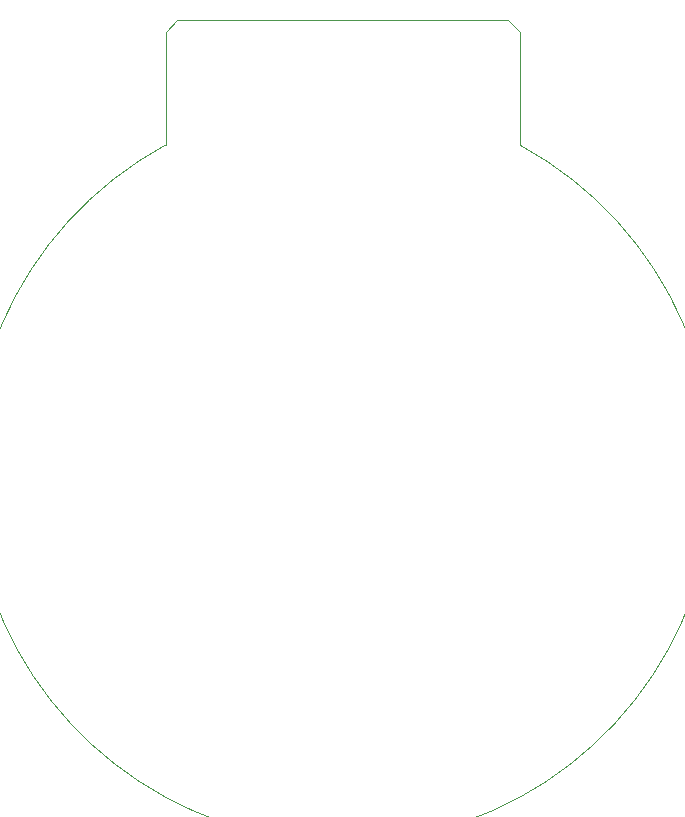
<source format=gbr>
G04 #@! TF.GenerationSoftware,KiCad,Pcbnew,(5.1.6)-1*
G04 #@! TF.CreationDate,2020-10-13T14:36:49-04:00*
G04 #@! TF.ProjectId,Ornament,4f726e61-6d65-46e7-942e-6b696361645f,rev?*
G04 #@! TF.SameCoordinates,Original*
G04 #@! TF.FileFunction,Profile,NP*
%FSLAX46Y46*%
G04 Gerber Fmt 4.6, Leading zero omitted, Abs format (unit mm)*
G04 Created by KiCad (PCBNEW (5.1.6)-1) date 2020-10-13 14:36:49*
%MOMM*%
%LPD*%
G01*
G04 APERTURE LIST*
G04 #@! TA.AperFunction,Profile*
%ADD10C,0.050000*%
G04 #@! TD*
G04 APERTURE END LIST*
D10*
X115000000Y-72390000D02*
G75*
G02*
X85000000Y-72390000I-15000000J-27610000D01*
G01*
X114000000Y-61778000D02*
X115000000Y-62778000D01*
X86000000Y-61778000D02*
X85000000Y-62778000D01*
X115000000Y-62778000D02*
X115000000Y-72390000D01*
X86000000Y-61778000D02*
X114000000Y-61778000D01*
X85000000Y-62778000D02*
X85000000Y-72390000D01*
M02*

</source>
